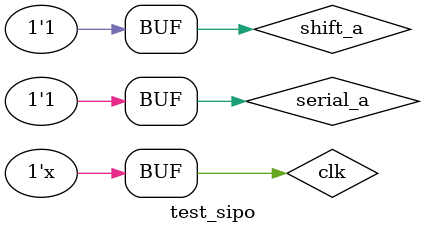
<source format=v>
`timescale 1ns / 1ps

module test_sipo;

	// Inputs
	reg clk;
	reg serial_a;
	reg shift_a;

	// Outputs
	wire [3:0] sipo_output;

	// Instantiate the Unit Under Test (UUT)
	sipo uut (
		.clk(clk), 
		.serial_a(serial_a), 
		.shift_a(shift_a), 
		.sipo_output(sipo_output)
	);

	initial begin
		// Initialize Inputs
		clk = 0;
		serial_a = 0;
		shift_a = 0;

		// Wait 100 ns for global reset to finish
		#100;
        

		serial_a = 1;
		shift_a = 1;
	
		#100;
	
		serial_a = 1;
		shift_a = 1;
		
		#100;
	
		serial_a = 1;
		shift_a = 1;
		
		
		#100;
	
		serial_a = 1;
		shift_a = 1;
		
		#100;
	
		

	end
   

	always #50 clk = ~clk;

   
	
endmodule


</source>
